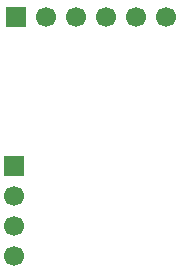
<source format=gbs>
%TF.GenerationSoftware,KiCad,Pcbnew,9.0.6*%
%TF.CreationDate,2025-11-09T12:48:57-08:00*%
%TF.ProjectId,storage_block,73746f72-6167-4655-9f62-6c6f636b2e6b,rev?*%
%TF.SameCoordinates,Original*%
%TF.FileFunction,Soldermask,Bot*%
%TF.FilePolarity,Negative*%
%FSLAX46Y46*%
G04 Gerber Fmt 4.6, Leading zero omitted, Abs format (unit mm)*
G04 Created by KiCad (PCBNEW 9.0.6) date 2025-11-09 12:48:57*
%MOMM*%
%LPD*%
G01*
G04 APERTURE LIST*
%ADD10R,1.700000X1.700000*%
%ADD11C,1.700000*%
G04 APERTURE END LIST*
D10*
%TO.C,J3*%
X135000000Y-91690000D03*
D11*
X135000000Y-94230000D03*
X135000000Y-96770000D03*
X135000000Y-99310000D03*
%TD*%
D10*
%TO.C,J2*%
X135150000Y-79000000D03*
D11*
X137690000Y-79000000D03*
X140230000Y-79000000D03*
X142770000Y-79000000D03*
X145310000Y-79000000D03*
X147850000Y-79000000D03*
%TD*%
M02*

</source>
